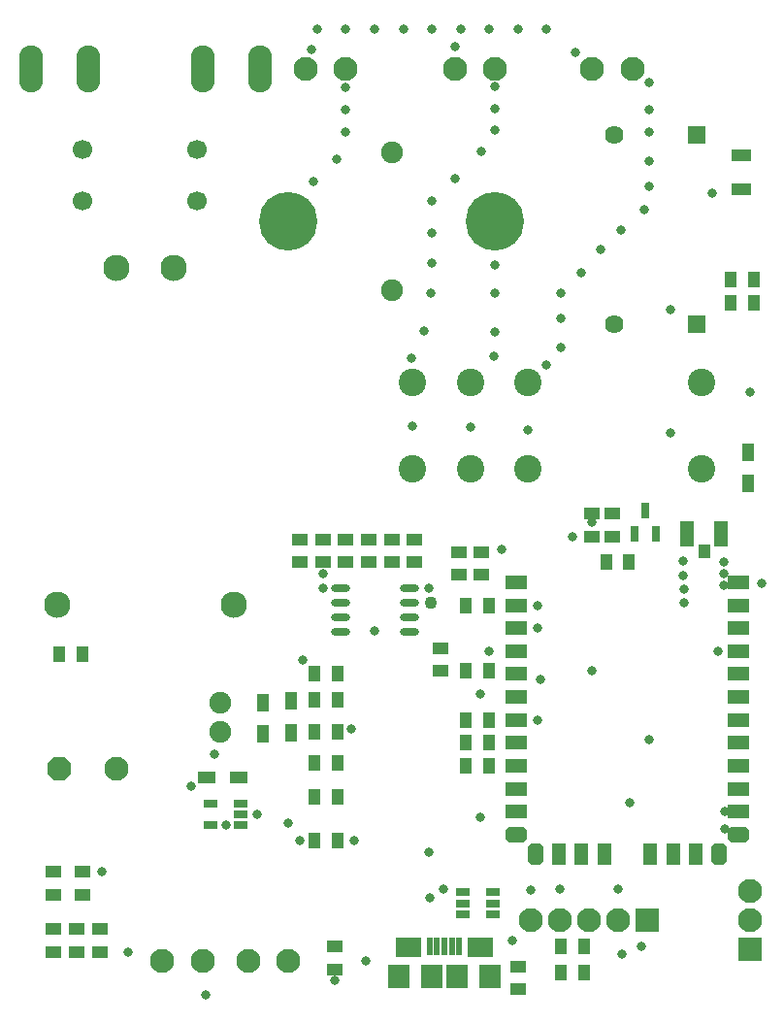
<source format=gts>
G04 Layer_Color=8388736*
%FSLAX25Y25*%
%MOIN*%
G70*
G01*
G75*
%ADD52C,0.09055*%
%ADD60R,0.04331X0.05315*%
%ADD61C,0.04331*%
%ADD62R,0.05315X0.04331*%
%ADD63R,0.04331X0.06299*%
%ADD64R,0.06299X0.04331*%
%ADD65R,0.04724X0.02756*%
%ADD66R,0.07283X0.07874*%
%ADD67R,0.07480X0.07874*%
%ADD68R,0.08661X0.06693*%
%ADD69R,0.01968X0.05905*%
%ADD70R,0.02756X0.05512*%
%ADD71O,0.06685X0.02756*%
%ADD72R,0.04528X0.09055*%
%ADD73R,0.04331X0.04528*%
%ADD74R,0.06693X0.04331*%
%ADD75R,0.07480X0.05118*%
G04:AMPARAMS|DCode=76|XSize=51.18mil|YSize=74.8mil|CornerRadius=0mil|HoleSize=0mil|Usage=FLASHONLY|Rotation=270.000|XOffset=0mil|YOffset=0mil|HoleType=Round|Shape=Octagon|*
%AMOCTAGOND76*
4,1,8,0.03740,0.01279,0.03740,-0.01279,0.02461,-0.02559,-0.02461,-0.02559,-0.03740,-0.01279,-0.03740,0.01279,-0.02461,0.02559,0.02461,0.02559,0.03740,0.01279,0.0*
%
%ADD76OCTAGOND76*%

G04:AMPARAMS|DCode=77|XSize=51.18mil|YSize=74.8mil|CornerRadius=0mil|HoleSize=0mil|Usage=FLASHONLY|Rotation=180.000|XOffset=0mil|YOffset=0mil|HoleType=Round|Shape=Octagon|*
%AMOCTAGOND77*
4,1,8,0.01279,-0.03740,-0.01279,-0.03740,-0.02559,-0.02461,-0.02559,0.02461,-0.01279,0.03740,0.01279,0.03740,0.02559,0.02461,0.02559,-0.02461,0.01279,-0.03740,0.0*
%
%ADD77OCTAGOND77*%

%ADD78R,0.05118X0.07480*%
%ADD79C,0.08268*%
%ADD80R,0.08268X0.08268*%
%ADD81R,0.08268X0.08268*%
%ADD82O,0.08268X0.16142*%
%ADD83R,0.06394X0.06394*%
%ADD84C,0.06394*%
%ADD85C,0.20079*%
%ADD86C,0.07480*%
%ADD87C,0.06693*%
%ADD88P,0.08949X8X22.5*%
%ADD89C,0.09449*%
%ADD90C,0.03150*%
D52*
X18898Y137008D02*
D03*
X79528D02*
D03*
X39370Y252756D02*
D03*
X59055D02*
D03*
D60*
X107283Y56102D02*
D03*
X115157D02*
D03*
X167323Y114173D02*
D03*
X159449D02*
D03*
X199803Y19685D02*
D03*
X191929D02*
D03*
X159449Y97441D02*
D03*
X167323D02*
D03*
Y89567D02*
D03*
X159449D02*
D03*
X199803Y10827D02*
D03*
X191929D02*
D03*
X107283Y104331D02*
D03*
X115157D02*
D03*
X258169Y248524D02*
D03*
X250295D02*
D03*
X258169Y240748D02*
D03*
X250295D02*
D03*
X167323Y81693D02*
D03*
X159449D02*
D03*
X159449Y136811D02*
D03*
X167323D02*
D03*
X107283Y70866D02*
D03*
X115157D02*
D03*
Y82677D02*
D03*
X107283D02*
D03*
X115157Y93504D02*
D03*
X107283D02*
D03*
Y113189D02*
D03*
X115157D02*
D03*
X27559Y120079D02*
D03*
X19685D02*
D03*
X207480Y151575D02*
D03*
X215354D02*
D03*
D61*
X147382Y137736D02*
D03*
D62*
X150492Y122047D02*
D03*
Y114173D02*
D03*
X177165Y12795D02*
D03*
Y4921D02*
D03*
X209646Y160433D02*
D03*
Y168307D02*
D03*
X27559Y37402D02*
D03*
Y45276D02*
D03*
X114173Y11811D02*
D03*
Y19685D02*
D03*
X17717Y17717D02*
D03*
Y25591D02*
D03*
Y37402D02*
D03*
Y45276D02*
D03*
X102362Y151575D02*
D03*
Y159449D02*
D03*
X110236D02*
D03*
Y151575D02*
D03*
X118110Y159449D02*
D03*
Y151575D02*
D03*
X164469Y147244D02*
D03*
Y155118D02*
D03*
X156890D02*
D03*
Y147244D02*
D03*
X33465Y17717D02*
D03*
Y25591D02*
D03*
X25591D02*
D03*
Y17717D02*
D03*
X141732Y159449D02*
D03*
Y151575D02*
D03*
X133858D02*
D03*
Y159449D02*
D03*
X125984D02*
D03*
Y151575D02*
D03*
X202756Y168307D02*
D03*
Y160433D02*
D03*
D63*
X99410Y93012D02*
D03*
Y103839D02*
D03*
X256201Y189469D02*
D03*
Y178642D02*
D03*
X89567Y92520D02*
D03*
Y103347D02*
D03*
D64*
X81201Y77756D02*
D03*
X70374D02*
D03*
D65*
X71653Y61221D02*
D03*
Y68701D02*
D03*
X81890D02*
D03*
Y64961D02*
D03*
Y61221D02*
D03*
X168504Y30709D02*
D03*
Y34449D02*
D03*
Y38189D02*
D03*
X158268D02*
D03*
Y34449D02*
D03*
Y30709D02*
D03*
D66*
X156398Y9252D02*
D03*
X147539D02*
D03*
D67*
X167717D02*
D03*
X136221D02*
D03*
D68*
X164173Y19291D02*
D03*
X139764D02*
D03*
D69*
X157087Y19685D02*
D03*
X154528D02*
D03*
X151969D02*
D03*
X149409D02*
D03*
X146850D02*
D03*
D70*
X217126Y161221D02*
D03*
X224606D02*
D03*
X220866Y169488D02*
D03*
D71*
X140059Y127736D02*
D03*
Y132736D02*
D03*
Y137736D02*
D03*
Y142736D02*
D03*
X116437Y127736D02*
D03*
Y132736D02*
D03*
Y137736D02*
D03*
Y142736D02*
D03*
D72*
X246949Y161417D02*
D03*
X235335D02*
D03*
D73*
X241142Y155413D02*
D03*
D74*
X253937Y279528D02*
D03*
Y291339D02*
D03*
D75*
X252953Y144685D02*
D03*
Y136811D02*
D03*
Y121063D02*
D03*
Y128937D02*
D03*
Y97441D02*
D03*
Y89567D02*
D03*
Y105315D02*
D03*
Y113189D02*
D03*
Y81693D02*
D03*
Y73819D02*
D03*
Y65945D02*
D03*
X176575D02*
D03*
Y73819D02*
D03*
Y81693D02*
D03*
Y113189D02*
D03*
Y105315D02*
D03*
Y89567D02*
D03*
Y97441D02*
D03*
Y128937D02*
D03*
Y121063D02*
D03*
Y136811D02*
D03*
Y144685D02*
D03*
D76*
X252953Y58071D02*
D03*
X176575Y58071D02*
D03*
D77*
X246260Y51378D02*
D03*
X183268D02*
D03*
D78*
X238386D02*
D03*
X230512D02*
D03*
X222638D02*
D03*
X206890D02*
D03*
X199016D02*
D03*
X191142D02*
D03*
D79*
X68898Y14764D02*
D03*
X55118D02*
D03*
X201772Y28543D02*
D03*
X211772D02*
D03*
X191772D02*
D03*
X181772D02*
D03*
X256890D02*
D03*
Y38543D02*
D03*
X98425Y14764D02*
D03*
X84646D02*
D03*
X202756Y320866D02*
D03*
X216535D02*
D03*
X155512D02*
D03*
X169291D02*
D03*
X104331D02*
D03*
X118110D02*
D03*
X39370Y80709D02*
D03*
D80*
X221772Y28543D02*
D03*
D81*
X256890Y18543D02*
D03*
D82*
X88583Y320866D02*
D03*
X68898D02*
D03*
X29528D02*
D03*
X9843D02*
D03*
D83*
X238779Y233465D02*
D03*
Y298425D02*
D03*
D84*
X210434Y233464D02*
D03*
Y298425D02*
D03*
D85*
X169291Y268701D02*
D03*
X98425D02*
D03*
D86*
X133858Y245079D02*
D03*
Y292323D02*
D03*
X74803Y93504D02*
D03*
Y103347D02*
D03*
D87*
X27559Y275590D02*
D03*
X66929D02*
D03*
X27559Y293307D02*
D03*
X66929D02*
D03*
D88*
X19685Y80709D02*
D03*
D89*
X160945Y183543D02*
D03*
X180787D02*
D03*
X240315Y213307D02*
D03*
Y183543D02*
D03*
X141102D02*
D03*
X180787Y213307D02*
D03*
X160945D02*
D03*
X141102D02*
D03*
D90*
X164370Y63976D02*
D03*
X102362Y56102D02*
D03*
X121063D02*
D03*
X146850Y36220D02*
D03*
X151575Y39370D02*
D03*
X69882Y2953D02*
D03*
X114173Y7874D02*
D03*
X202756Y165354D02*
D03*
X195866Y160433D02*
D03*
X229528Y196063D02*
D03*
X127953Y127953D02*
D03*
X260827Y144473D02*
D03*
X257087Y209842D02*
D03*
X110256Y142736D02*
D03*
X185039Y111221D02*
D03*
X146653Y142717D02*
D03*
X110236Y147638D02*
D03*
X171555Y155905D02*
D03*
X191772Y39213D02*
D03*
X211772D02*
D03*
X181772Y39055D02*
D03*
X246063Y121063D02*
D03*
X184055Y128937D02*
D03*
Y136811D02*
D03*
X64961Y74803D02*
D03*
X72835Y85630D02*
D03*
X34449Y45276D02*
D03*
X87598Y64961D02*
D03*
X76968Y61221D02*
D03*
X175197Y21654D02*
D03*
X98425Y62008D02*
D03*
X120079Y94488D02*
D03*
X103347Y118110D02*
D03*
X146653Y52165D02*
D03*
X184055Y97441D02*
D03*
X164370Y106299D02*
D03*
X222441Y90551D02*
D03*
X202756Y114173D02*
D03*
X167323Y121063D02*
D03*
X43307Y17717D02*
D03*
X125000Y14764D02*
D03*
X215551Y68898D02*
D03*
X212913Y17047D02*
D03*
X219488Y19685D02*
D03*
X248425Y59842D02*
D03*
Y65945D02*
D03*
X229528Y238189D02*
D03*
X108268Y334646D02*
D03*
X118110D02*
D03*
X127953D02*
D03*
X137795D02*
D03*
X147638D02*
D03*
X157480D02*
D03*
X167323D02*
D03*
X177165D02*
D03*
X187008D02*
D03*
X196850Y326772D02*
D03*
X118110Y314567D02*
D03*
Y307087D02*
D03*
Y299213D02*
D03*
X114961Y290158D02*
D03*
X107087Y282283D02*
D03*
X155512Y283465D02*
D03*
X147638Y275591D02*
D03*
Y264567D02*
D03*
Y254331D02*
D03*
X147244Y244094D02*
D03*
X144882Y231102D02*
D03*
X140551Y221654D02*
D03*
X141102Y198425D02*
D03*
X160945Y198031D02*
D03*
X168898Y222441D02*
D03*
X169291Y230709D02*
D03*
Y244094D02*
D03*
Y253543D02*
D03*
X244094Y278346D02*
D03*
X248031Y151575D02*
D03*
Y143701D02*
D03*
Y147638D02*
D03*
X234154Y137795D02*
D03*
Y142323D02*
D03*
X234055Y146949D02*
D03*
X233858Y151969D02*
D03*
X169291Y300000D02*
D03*
Y314961D02*
D03*
Y307480D02*
D03*
X164567Y292520D02*
D03*
X222146Y316339D02*
D03*
X222441Y307087D02*
D03*
Y299213D02*
D03*
Y289370D02*
D03*
Y280512D02*
D03*
X220472Y272638D02*
D03*
X212598Y265748D02*
D03*
X205709Y258858D02*
D03*
X198819Y250984D02*
D03*
X191929Y244094D02*
D03*
Y235236D02*
D03*
Y225394D02*
D03*
X187008Y219488D02*
D03*
X180787Y196850D02*
D03*
X106299Y327756D02*
D03*
X155512Y328740D02*
D03*
M02*

</source>
